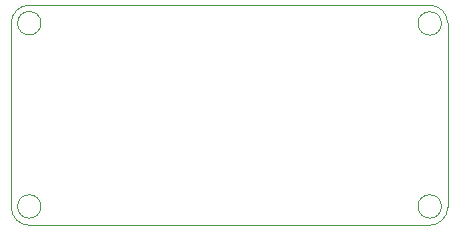
<source format=gbr>
%TF.GenerationSoftware,KiCad,Pcbnew,9.0.5*%
%TF.CreationDate,2025-11-28T10:22:16-08:00*%
%TF.ProjectId,project3_tiny_solar_power_supply,70726f6a-6563-4743-935f-74696e795f73,rev?*%
%TF.SameCoordinates,Original*%
%TF.FileFunction,Profile,NP*%
%FSLAX46Y46*%
G04 Gerber Fmt 4.6, Leading zero omitted, Abs format (unit mm)*
G04 Created by KiCad (PCBNEW 9.0.5) date 2025-11-28 10:22:16*
%MOMM*%
%LPD*%
G01*
G04 APERTURE LIST*
%TA.AperFunction,Profile*%
%ADD10C,0.050000*%
%TD*%
G04 APERTURE END LIST*
D10*
X159802196Y-114627531D02*
X125893196Y-114627531D01*
X125893196Y-114627531D02*
G75*
G02*
X124369165Y-113103531I0J1524031D01*
G01*
X160794098Y-113041900D02*
G75*
G02*
X158810294Y-113041900I-991902J0D01*
G01*
X158810294Y-113041900D02*
G75*
G02*
X160794098Y-113041900I991902J0D01*
G01*
X125893196Y-95999800D02*
X159802196Y-95999802D01*
X160794098Y-97547900D02*
G75*
G02*
X158810294Y-97547900I-991902J0D01*
G01*
X158810294Y-97547900D02*
G75*
G02*
X160794098Y-97547900I991902J0D01*
G01*
X126885098Y-113041900D02*
G75*
G02*
X124901294Y-113041900I-991902J0D01*
G01*
X124901294Y-113041900D02*
G75*
G02*
X126885098Y-113041900I991902J0D01*
G01*
X126885098Y-97523802D02*
G75*
G02*
X124901294Y-97523802I-991902J0D01*
G01*
X124901294Y-97523802D02*
G75*
G02*
X126885098Y-97523802I991902J0D01*
G01*
X159802196Y-95999802D02*
G75*
G02*
X161326194Y-97523802I0J-1523998D01*
G01*
X161326196Y-113103531D02*
G75*
G02*
X159802196Y-114627500I-1524000J31D01*
G01*
X124369196Y-97523802D02*
G75*
G02*
X125893196Y-95999800I1524000J2D01*
G01*
X124369196Y-97523802D02*
X124369196Y-113093780D01*
X161326196Y-97523802D02*
X161326196Y-113103531D01*
M02*

</source>
